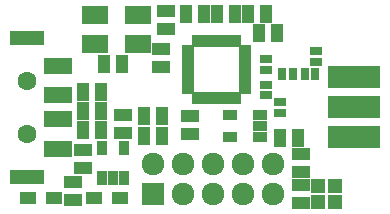
<source format=gts>
G04 (created by PCBNEW (2013-07-07 BZR 4022)-stable) date 2015/9/10 11:53:31*
%MOIN*%
G04 Gerber Fmt 3.4, Leading zero omitted, Abs format*
%FSLAX34Y34*%
G01*
G70*
G90*
G04 APERTURE LIST*
%ADD10C,0.00590551*%
%ADD11R,0.060748X0.040748*%
%ADD12R,0.040748X0.060748*%
%ADD13R,0.175748X0.075748*%
%ADD14R,0.090548X0.059048*%
%ADD15R,0.039348X0.025548*%
%ADD16R,0.025548X0.039348*%
%ADD17R,0.035748X0.045748*%
%ADD18R,0.045748X0.035748*%
%ADD19R,0.075748X0.075748*%
%ADD20C,0.075748*%
%ADD21R,0.055148X0.039348*%
%ADD22R,0.047148X0.047148*%
%ADD23R,0.092548X0.055948*%
%ADD24R,0.118148X0.047248*%
%ADD25C,0.062948*%
%ADD26R,0.039348X0.031448*%
%ADD27R,0.031448X0.039348*%
G04 APERTURE END LIST*
G54D10*
G54D11*
X10236Y-5694D03*
X10236Y-5094D03*
X10236Y-6717D03*
X10236Y-6117D03*
G54D12*
X5615Y-3819D03*
X5015Y-3819D03*
X8480Y-433D03*
X9080Y-433D03*
X5615Y-4488D03*
X5015Y-4488D03*
X3568Y-3031D03*
X2968Y-3031D03*
X3568Y-3661D03*
X2968Y-3661D03*
G54D11*
X2638Y-6039D03*
X2638Y-6639D03*
G54D13*
X12028Y-3543D03*
X12028Y-2543D03*
X12028Y-4543D03*
G54D14*
X3385Y-453D03*
X4803Y-453D03*
X3385Y-1437D03*
X4803Y-1437D03*
G54D15*
X6495Y-1593D03*
X6495Y-1790D03*
X6495Y-1987D03*
X6495Y-2184D03*
X6495Y-2380D03*
X6495Y-2577D03*
X6495Y-2774D03*
X6495Y-2971D03*
G54D16*
X7537Y-3227D03*
X7733Y-3227D03*
X7930Y-3227D03*
X8127Y-3227D03*
X6750Y-3227D03*
X6947Y-3227D03*
X7144Y-3227D03*
X7340Y-3227D03*
G54D15*
X8383Y-2969D03*
X8384Y-2772D03*
X8384Y-2576D03*
X8384Y-2379D03*
X8384Y-2182D03*
X8384Y-1985D03*
X8384Y-1788D03*
X8384Y-1591D03*
G54D16*
X8128Y-1336D03*
X7931Y-1336D03*
X7734Y-1336D03*
X7538Y-1336D03*
X7341Y-1336D03*
X7144Y-1336D03*
X6947Y-1336D03*
X6750Y-1336D03*
G54D17*
X3601Y-5894D03*
X4351Y-5894D03*
X3601Y-4894D03*
X3976Y-5894D03*
X4351Y-4894D03*
G54D18*
X8886Y-4548D03*
X8886Y-3798D03*
X7886Y-4548D03*
X8886Y-4173D03*
X7886Y-3798D03*
G54D11*
X2992Y-5576D03*
X2992Y-4976D03*
X4331Y-4394D03*
X4331Y-3794D03*
G54D12*
X3568Y-4291D03*
X2968Y-4291D03*
G54D19*
X5323Y-6445D03*
G54D20*
X5323Y-5445D03*
X6323Y-6445D03*
X6323Y-5445D03*
X7323Y-6445D03*
X7323Y-5445D03*
X8323Y-6445D03*
X8323Y-5445D03*
X9323Y-6445D03*
X9323Y-5445D03*
G54D12*
X7456Y-433D03*
X8056Y-433D03*
X7032Y-433D03*
X6432Y-433D03*
X3676Y-2087D03*
X4276Y-2087D03*
G54D11*
X5748Y-330D03*
X5748Y-930D03*
X5591Y-1590D03*
X5591Y-2190D03*
X6535Y-3834D03*
X6535Y-4434D03*
G54D12*
X8834Y-1063D03*
X9434Y-1063D03*
G54D21*
X2008Y-6575D03*
X1142Y-6575D03*
X3347Y-6575D03*
X4213Y-6575D03*
G54D22*
X10807Y-6181D03*
X11397Y-6181D03*
X10807Y-6693D03*
X11397Y-6693D03*
G54D23*
X2165Y-3149D03*
X2165Y-3937D03*
X2165Y-2165D03*
X2165Y-4921D03*
G54D24*
X1132Y-1232D03*
X1117Y-5854D03*
G54D25*
X1132Y-2657D03*
X1132Y-4429D03*
G54D26*
X9547Y-3366D03*
X9547Y-3720D03*
G54D27*
X10728Y-2441D03*
X10374Y-2441D03*
G54D26*
X10748Y-2027D03*
X10748Y-1673D03*
X9094Y-1949D03*
X9094Y-2303D03*
G54D27*
X9980Y-2441D03*
X9626Y-2441D03*
G54D26*
X9094Y-3149D03*
X9094Y-2795D03*
G54D12*
X9543Y-4567D03*
X10143Y-4567D03*
M02*

</source>
